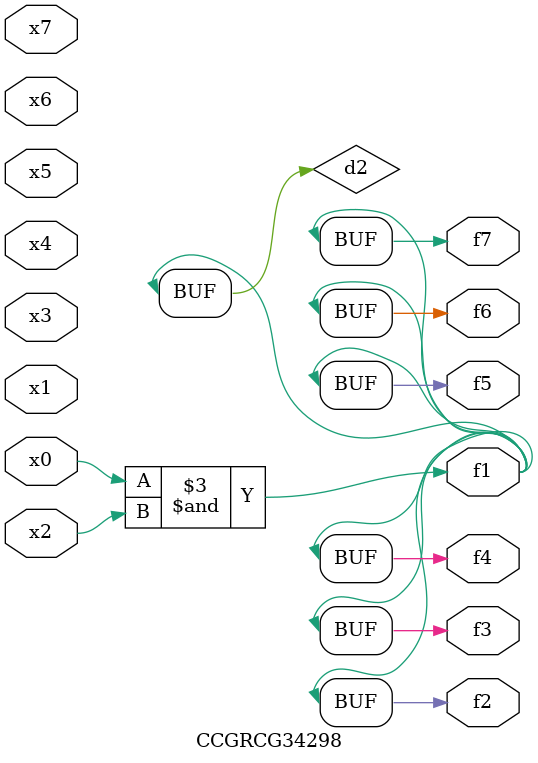
<source format=v>
module CCGRCG34298(
	input x0, x1, x2, x3, x4, x5, x6, x7,
	output f1, f2, f3, f4, f5, f6, f7
);

	wire d1, d2;

	nor (d1, x3, x6);
	and (d2, x0, x2);
	assign f1 = d2;
	assign f2 = d2;
	assign f3 = d2;
	assign f4 = d2;
	assign f5 = d2;
	assign f6 = d2;
	assign f7 = d2;
endmodule

</source>
